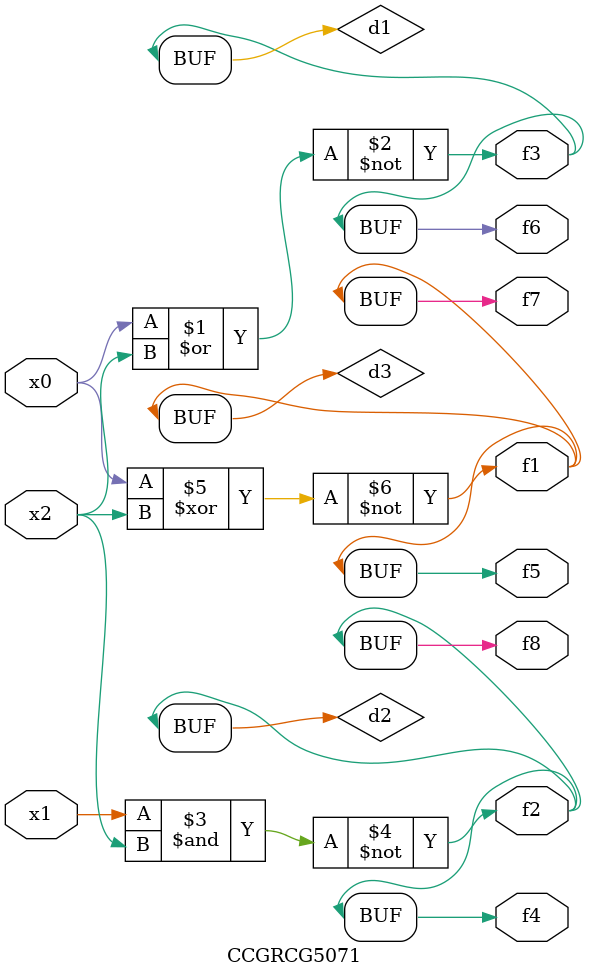
<source format=v>
module CCGRCG5071(
	input x0, x1, x2,
	output f1, f2, f3, f4, f5, f6, f7, f8
);

	wire d1, d2, d3;

	nor (d1, x0, x2);
	nand (d2, x1, x2);
	xnor (d3, x0, x2);
	assign f1 = d3;
	assign f2 = d2;
	assign f3 = d1;
	assign f4 = d2;
	assign f5 = d3;
	assign f6 = d1;
	assign f7 = d3;
	assign f8 = d2;
endmodule

</source>
